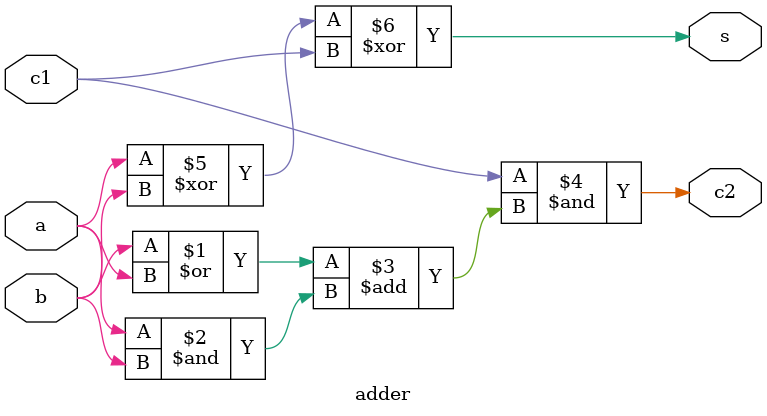
<source format=v>
`timescale 1ns / 1ps


module adder(
    input a,
    input b,
    input c1,
    
    output c2,
    output s
    );
    
    assign c2 = c1 & (b | a) + (a & b);
    assign s = a ^ b ^ c1;
endmodule

</source>
